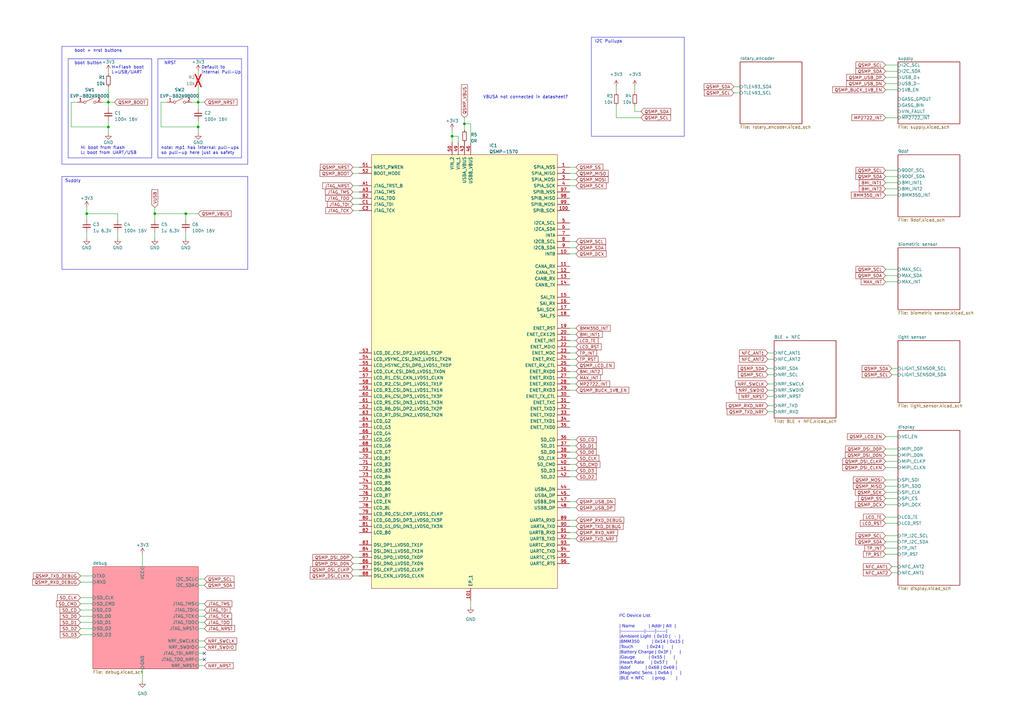
<source format=kicad_sch>
(kicad_sch (version 20230121) (generator eeschema)
  (paper "A3")
  (lib_symbols
    (symbol "ARMband:QSMP-1570" (pin_names (offset 0.762))
      (property "Reference" "IC" (at 60.96 7.62 0))
      (property "Value" "QSMP-1570" (at 60.96 5.08 0))
      (symbol "QSMP-1570_0_0"
        (pin passive line (at 86.36 -2.54 180) (length 5.08) (name "SPIA_NSS") (number "1"))
        (pin passive line (at 86.36 -38.1 180) (length 5.08) (name "INTB") (number "10"))
        (pin passive line (at 86.36 -20.32 180) (length 5.08) (name "SPIB_SCK") (number "100"))
        (pin passive line (at 45.72 -180.34 90) (length 5.08) (name "EP_1") (number "101"))
        (pin passive line (at 86.36 -43.18 180) (length 5.08) (name "CANA_RX") (number "11"))
        (pin passive line (at 86.36 -45.72 180) (length 5.08) (name "CANA_TX") (number "12"))
        (pin passive line (at 86.36 -48.26 180) (length 5.08) (name "CANB_RX") (number "13"))
        (pin passive line (at 86.36 -50.8 180) (length 5.08) (name "CANB_TX") (number "14"))
        (pin passive line (at 86.36 -55.88 180) (length 5.08) (name "SAI_TX") (number "15"))
        (pin passive line (at 86.36 -58.42 180) (length 5.08) (name "SAI_RX") (number "16"))
        (pin passive line (at 86.36 -60.96 180) (length 5.08) (name "SAI_SCK") (number "17"))
        (pin passive line (at 86.36 -63.5 180) (length 5.08) (name "SAI_FS") (number "18"))
        (pin passive line (at 86.36 -68.58 180) (length 5.08) (name "ENET_RST") (number "19"))
        (pin passive line (at 86.36 -5.08 180) (length 5.08) (name "SPIA_MISO") (number "2"))
        (pin passive line (at 86.36 -71.12 180) (length 5.08) (name "ENET_CK125") (number "20"))
        (pin passive line (at 86.36 -73.66 180) (length 5.08) (name "ENET_INT") (number "21"))
        (pin passive line (at 86.36 -76.2 180) (length 5.08) (name "ENET_MDIO") (number "22"))
        (pin passive line (at 86.36 -78.74 180) (length 5.08) (name "ENET_MDC") (number "23"))
        (pin passive line (at 86.36 -81.28 180) (length 5.08) (name "ENET_RXC") (number "24"))
        (pin passive line (at 86.36 -83.82 180) (length 5.08) (name "ENET_RX_CTL") (number "25"))
        (pin passive line (at 86.36 -86.36 180) (length 5.08) (name "ENET_RXD0") (number "26"))
        (pin passive line (at 86.36 -88.9 180) (length 5.08) (name "ENET_RXD1") (number "27"))
        (pin passive line (at 86.36 -91.44 180) (length 5.08) (name "ENET_RXD2") (number "28"))
        (pin passive line (at 86.36 -93.98 180) (length 5.08) (name "ENET_RXD3") (number "29"))
        (pin passive line (at 86.36 -7.62 180) (length 5.08) (name "SPIA_MOSI") (number "3"))
        (pin passive line (at 86.36 -96.52 180) (length 5.08) (name "ENET_TX_CTL") (number "30"))
        (pin passive line (at 86.36 -99.06 180) (length 5.08) (name "ENET_TXC") (number "31"))
        (pin passive line (at 86.36 -101.6 180) (length 5.08) (name "ENET_TXD3") (number "32"))
        (pin passive line (at 86.36 -104.14 180) (length 5.08) (name "ENET_TXD2") (number "33"))
        (pin passive line (at 86.36 -106.68 180) (length 5.08) (name "ENET_TXD1") (number "34"))
        (pin passive line (at 86.36 -109.22 180) (length 5.08) (name "ENET_TXD0") (number "35"))
        (pin passive line (at 86.36 -114.3 180) (length 5.08) (name "SD_CD") (number "36"))
        (pin passive line (at 86.36 -116.84 180) (length 5.08) (name "SD_D1") (number "37"))
        (pin passive line (at 86.36 -119.38 180) (length 5.08) (name "SD_D0") (number "38"))
        (pin passive line (at 86.36 -121.92 180) (length 5.08) (name "SD_CLK") (number "39"))
        (pin passive line (at 86.36 -10.16 180) (length 5.08) (name "SPIA_SCK") (number "4"))
        (pin passive line (at 86.36 -124.46 180) (length 5.08) (name "SD_CMD") (number "40"))
        (pin passive line (at 86.36 -127 180) (length 5.08) (name "SD_D3") (number "41"))
        (pin passive line (at 86.36 -129.54 180) (length 5.08) (name "SD_D2") (number "42"))
        (pin passive line (at 43.18 7.62 270) (length 5.08) (name "USBA_VBUS") (number "43"))
        (pin passive line (at 86.36 -134.62 180) (length 5.08) (name "USBA_DN") (number "44"))
        (pin passive line (at 86.36 -137.16 180) (length 5.08) (name "USBA_DP") (number "45"))
        (pin passive line (at 45.72 7.62 270) (length 5.08) (name "USBB_VBUS") (number "46"))
        (pin passive line (at 86.36 -139.7 180) (length 5.08) (name "USBB_DN") (number "47"))
        (pin passive line (at 86.36 -142.24 180) (length 5.08) (name "USBB_DP") (number "48"))
        (pin passive line (at 40.64 7.62 270) (length 5.08) (name "VIN_1") (number "49"))
        (pin passive line (at 86.36 -25.4 180) (length 5.08) (name "I2CA_SCL") (number "5"))
        (pin passive line (at 38.1 7.62 270) (length 5.08) (name "VIN_2") (number "50"))
        (pin passive line (at 0 -2.54 0) (length 5.08) (name "NRST_PWREN") (number "51"))
        (pin passive line (at 0 -5.08 0) (length 5.08) (name "BOOT_MODE") (number "52"))
        (pin passive line (at 0 -78.74 0) (length 5.08) (name "LCD_DE_CSI_DP2_LVDS1_TX2P") (number "53"))
        (pin passive line (at 0 -81.28 0) (length 5.08) (name "LCD_VSYNC_CSI_DN2_LVDS1_TX2N") (number "54"))
        (pin passive line (at 0 -83.82 0) (length 5.08) (name "LCD_HSYNC_CSI_DP0_LVDS1_TX0P") (number "55"))
        (pin passive line (at 0 -86.36 0) (length 5.08) (name "LCD_CLK_CSI_DN0_LVDS1_TX0N") (number "56"))
        (pin passive line (at 0 -88.9 0) (length 5.08) (name "LCD_R1_CSI_CKN_LVDS1_CLKN") (number "57"))
        (pin passive line (at 0 -91.44 0) (length 5.08) (name "LCD_R2_CSI_DP1_LVDS1_TX1P") (number "58"))
        (pin passive line (at 0 -93.98 0) (length 5.08) (name "LCD_R3_CSI_DN1_LVDS1_TX1N") (number "59"))
        (pin passive line (at 86.36 -27.94 180) (length 5.08) (name "I2CA_SDA") (number "6"))
        (pin passive line (at 0 -96.52 0) (length 5.08) (name "LCD_R4_CSI_DP3_LVDS1_TX3P") (number "60"))
        (pin passive line (at 0 -99.06 0) (length 5.08) (name "LCD_R5_CSI_DN3_LVDS1_TX3N") (number "61"))
        (pin passive line (at 0 -101.6 0) (length 5.08) (name "LCD_R6_DSI_DP2_LVDS0_TX2P") (number "62"))
        (pin passive line (at 0 -104.14 0) (length 5.08) (name "LCD_R7_DSI_DN2_LVDS0_TX2N") (number "63"))
        (pin passive line (at 0 -106.68 0) (length 5.08) (name "LCD_G2") (number "64"))
        (pin passive line (at 0 -109.22 0) (length 5.08) (name "LCD_G3") (number "65"))
        (pin passive line (at 0 -111.76 0) (length 5.08) (name "LCD_G4") (number "66"))
        (pin passive line (at 0 -114.3 0) (length 5.08) (name "LCD_G5") (number "67"))
        (pin passive line (at 0 -116.84 0) (length 5.08) (name "LCD_G6") (number "68"))
        (pin passive line (at 0 -119.38 0) (length 5.08) (name "LCD_G7") (number "69"))
        (pin passive line (at 86.36 -30.48 180) (length 5.08) (name "INTA") (number "7"))
        (pin passive line (at 0 -121.92 0) (length 5.08) (name "LCD_B1") (number "70"))
        (pin passive line (at 0 -124.46 0) (length 5.08) (name "LCD_B2") (number "71"))
        (pin passive line (at 0 -127 0) (length 5.08) (name "LCD_B3") (number "72"))
        (pin passive line (at 0 -129.54 0) (length 5.08) (name "LCD_B4") (number "73"))
        (pin passive line (at 0 -132.08 0) (length 5.08) (name "LCD_B5") (number "74"))
        (pin passive line (at 0 -134.62 0) (length 5.08) (name "LCD_B6") (number "75"))
        (pin passive line (at 0 -137.16 0) (length 5.08) (name "LCD_B7") (number "76"))
        (pin passive line (at 0 -139.7 0) (length 5.08) (name "LCD_EN") (number "77"))
        (pin passive line (at 0 -142.24 0) (length 5.08) (name "LCD_BL") (number "78"))
        (pin passive line (at 0 -144.78 0) (length 5.08) (name "LCD_R0_CSI_CKP_LVDS1_CLKP") (number "79"))
        (pin passive line (at 86.36 -33.02 180) (length 5.08) (name "I2CB_SCL") (number "8"))
        (pin passive line (at 0 -147.32 0) (length 5.08) (name "LCD_G0_DSI_DP3_LVDS0_TX3P") (number "80"))
        (pin passive line (at 0 -149.86 0) (length 5.08) (name "LCD_G1_DSI_DN3_LVDS0_TX3N") (number "81"))
        (pin passive line (at 0 -152.4 0) (length 5.08) (name "LCD_B0") (number "82"))
        (pin passive line (at 0 -157.48 0) (length 5.08) (name "DSI_DP1_LVDS0_TX1P") (number "83"))
        (pin passive line (at 0 -160.02 0) (length 5.08) (name "DSI_DN1_LVDS0_TX1N") (number "84"))
        (pin passive line (at 0 -162.56 0) (length 5.08) (name "DSI_DP0_LVDS0_TX0P") (number "85"))
        (pin passive line (at 0 -165.1 0) (length 5.08) (name "DSI_DN0_LVDS0_TX0N") (number "86"))
        (pin passive line (at 0 -167.64 0) (length 5.08) (name "DSI_CKP_LVDS0_CLKP") (number "87"))
        (pin passive line (at 0 -170.18 0) (length 5.08) (name "DSI_CKN_LVDS0_CLKN") (number "88"))
        (pin passive line (at 86.36 -147.32 180) (length 5.08) (name "UARTA_RXD") (number "89"))
        (pin passive line (at 86.36 -35.56 180) (length 5.08) (name "I2CB_SDA") (number "9"))
        (pin passive line (at 86.36 -149.86 180) (length 5.08) (name "UARTA_TXD") (number "90"))
        (pin passive line (at 86.36 -152.4 180) (length 5.08) (name "UARTB_RXD") (number "91"))
        (pin passive line (at 86.36 -154.94 180) (length 5.08) (name "UARTB_TXD") (number "92"))
        (pin passive line (at 86.36 -157.48 180) (length 5.08) (name "UARTC_RXD") (number "93"))
        (pin passive line (at 86.36 -160.02 180) (length 5.08) (name "UARTC_TXD") (number "94"))
        (pin passive line (at 86.36 -162.56 180) (length 5.08) (name "UARTC_CTS") (number "95"))
        (pin passive line (at 86.36 -165.1 180) (length 5.08) (name "UARTC_RTS") (number "96"))
        (pin passive line (at 86.36 -12.7 180) (length 5.08) (name "SPIB_NSS") (number "97"))
        (pin passive line (at 86.36 -15.24 180) (length 5.08) (name "SPIB_MISO") (number "98"))
        (pin passive line (at 86.36 -17.78 180) (length 5.08) (name "SPIB_MOSI") (number "99"))
        (pin passive line (at 0 -10.16 0) (length 5.08) (name "JTAG_TRST_B") (number "A1"))
        (pin passive line (at 0 -12.7 0) (length 5.08) (name "JTAG_TMS") (number "A3"))
        (pin passive line (at 0 -15.24 0) (length 5.08) (name "JTAG_TDO") (number "B2"))
        (pin passive line (at 0 -17.78 0) (length 5.08) (name "JTAG_TDI") (number "C1"))
        (pin passive line (at 0 -20.32 0) (length 5.08) (name "JTAG_TCK") (number "C3"))
      )
      (symbol "QSMP-1570_0_1"
        (polyline (pts (xy 5.08 2.54) (xy 81.28 2.54) (xy 81.28 -175.26) (xy 5.08 -175.26) (xy 5.08 2.54)) (stroke (width 0.1524)) (fill (type background)))
      )
    )
    (symbol "Device:C_Small" (pin_numbers hide) (pin_names (offset 0.254) hide)
      (property "Reference" "C" (at 0.254 1.778 0))
      (property "Value" "C_Small" (at 0.254 -2.032 0))
      (symbol "C_Small_0_1"
        (polyline (pts (xy -1.524 -0.508) (xy 1.524 -0.508)) (stroke (width 0.3302)))
        (polyline (pts (xy -1.524 0.508) (xy 1.524 0.508)) (stroke (width 0.3048)))
      )
      (symbol "C_Small_1_1"
        (pin passive line (at 0 2.54 270) (length 2.032) (name "~") (number "1"))
        (pin passive line (at 0 -2.54 90) (length 2.032) (name "~") (number "2"))
      )
    )
    (symbol "Device:R_Small" (pin_numbers hide) (pin_names (offset 0.254) hide)
      (property "Reference" "R" (at 0.762 0.508 0))
      (property "Value" "R_Small" (at 0.762 -1.016 0))
      (symbol "R_Small_0_1"
        (rectangle (start -0.762 1.778) (end 0.762 -1.778) (stroke (width 0.2032)))
      )
      (symbol "R_Small_1_1"
        (pin passive line (at 0 2.54 270) (length 0.762) (name "~") (number "1"))
        (pin passive line (at 0 -2.54 90) (length 0.762) (name "~") (number "2"))
      )
    )
    (symbol "GND_1" (power) (pin_names (offset 0))
      (property "Value" "GND_1" (at 0 -3.81 0))
      (symbol "GND_1_0_1"
        (polyline (pts (xy 0 0) (xy 0 -1.27) (xy 1.27 -1.27) (xy 0 -2.54) (xy -1.27 -1.27) (xy 0 -1.27)))
      )
      (symbol "GND_1_1_1"
        (pin power_in line (at 0 0 270) (length 0) hide (name "GND") (number "1"))
      )
    )
    (symbol "Switch:SW_SPST" (pin_names (offset 0) hide)
      (property "Reference" "SW" (at 0 3.175 0))
      (property "Value" "SW_SPST" (at 0 -2.54 0))
      (symbol "SW_SPST_0_0"
        (circle (center -2.032 0) (radius 0.508))
        (polyline (pts (xy -1.524 0.254) (xy 1.524 1.778)))
        (circle (center 2.032 0) (radius 0.508))
      )
      (symbol "SW_SPST_1_1"
        (pin passive line (at -5.08 0 0) (length 2.54) (name "A") (number "1"))
        (pin passive line (at 5.08 0 180) (length 2.54) (name "B") (number "2"))
      )
    )
    (symbol "power:+3V3" (power) (pin_names (offset 0))
      (property "Value" "+3V3" (at 0 3.556 0))
      (symbol "+3V3_0_1"
        (polyline (pts (xy -0.762 1.27) (xy 0 2.54)))
        (polyline (pts (xy 0 0) (xy 0 2.54)))
        (polyline (pts (xy 0 2.54) (xy 0.762 1.27)))
      )
      (symbol "+3V3_1_1"
        (pin power_in line (at 0 0 90) (length 0) hide (name "+3V3") (number "1"))
      )
    )
    (symbol "power:GND" (power) (pin_names (offset 0))
      (property "Value" "GND" (at 0 -3.81 0))
      (symbol "GND_0_1"
        (polyline (pts (xy 0 0) (xy 0 -1.27) (xy 1.27 -1.27) (xy 0 -2.54) (xy -1.27 -1.27) (xy 0 -1.27)))
      )
      (symbol "GND_1_1"
        (pin power_in line (at 0 0 270) (length 0) hide (name "GND") (number "1"))
      )
    )
  )
  (junction (at 76.2 87.63))
  (junction (at 44.45 41.91))
  (junction (at 35.56 87.63))
  (junction (at 190.5 50.8))
  (junction (at 185.42 55.88))
  (junction (at 81.28 52.07))
  (junction (at 81.28 41.91))
  (junction (at 63.5 87.63))
  (junction (at 44.45 52.07))
  (no_connect (at 83.82 267.97))
  (no_connect (at 83.82 270.51))
  (wire (pts (xy 33.02 260.35) (xy 38.1 260.35)))
  (wire (pts (xy 363.22 186.69) (xy 368.3 186.69)))
  (wire (pts (xy 363.22 110.49) (xy 368.3 110.49)))
  (wire (pts (xy 187.96 55.88) (xy 187.96 58.42)))
  (wire (pts (xy 233.68 180.34) (xy 236.22 180.34)))
  (wire (pts (xy 35.56 87.63) (xy 35.56 90.17)))
  (wire (pts (xy 63.5 87.63) (xy 63.5 90.17)))
  (wire (pts (xy 35.56 95.25) (xy 35.56 97.79)))
  (wire (pts (xy 233.68 139.7) (xy 236.22 139.7)))
  (wire (pts (xy 363.22 34.29) (xy 368.3 34.29)))
  (wire (pts (xy 144.78 228.6) (xy 147.32 228.6)))
  (wire (pts (xy 233.68 182.88) (xy 236.22 182.88)))
  (wire (pts (xy 33.02 236.22) (xy 38.1 236.22)))
  (wire (pts (xy 144.78 78.74) (xy 147.32 78.74)))
  (wire (pts (xy 363.22 77.47) (xy 368.3 77.47)))
  (wire (pts (xy 76.2 87.63) (xy 81.28 87.63)))
  (wire (pts (xy 363.22 207.01) (xy 368.3 207.01)))
  (wire (pts (xy 66.04 41.91) (xy 66.04 52.07)))
  (wire (pts (xy 365.76 232.41) (xy 368.3 232.41)))
  (wire (pts (xy 236.22 104.14) (xy 233.68 104.14)))
  (wire (pts (xy 363.22 196.85) (xy 368.3 196.85)))
  (polyline (pts (xy 25.4 67.31) (xy 25.4 19.05)))
  (wire (pts (xy 44.45 29.21) (xy 44.45 30.48)))
  (wire (pts (xy 144.78 86.36) (xy 147.32 86.36)))
  (wire (pts (xy 314.96 153.67) (xy 317.5 153.67)))
  (polyline (pts (xy 62.23 64.77) (xy 62.23 24.13)))
  (wire (pts (xy 363.22 74.93) (xy 368.3 74.93)))
  (wire (pts (xy 314.96 144.78) (xy 317.5 144.78)))
  (wire (pts (xy 144.78 81.28) (xy 147.32 81.28)))
  (wire (pts (xy 29.21 41.91) (xy 29.21 52.07)))
  (wire (pts (xy 233.68 205.74) (xy 236.22 205.74)))
  (wire (pts (xy 363.22 214.63) (xy 368.3 214.63)))
  (polyline (pts (xy 64.77 64.77) (xy 99.06 64.77)))
  (wire (pts (xy 81.28 270.51) (xy 83.82 270.51)))
  (wire (pts (xy 363.22 212.09) (xy 368.3 212.09)))
  (wire (pts (xy 81.28 44.45) (xy 81.28 41.91)))
  (polyline (pts (xy 27.94 24.13) (xy 62.23 24.13)))
  (wire (pts (xy 363.22 115.57) (xy 368.3 115.57)))
  (wire (pts (xy 44.45 49.53) (xy 44.45 52.07)))
  (wire (pts (xy 233.68 195.58) (xy 236.22 195.58)))
  (wire (pts (xy 233.68 215.9) (xy 236.22 215.9)))
  (wire (pts (xy 363.22 29.21) (xy 368.3 29.21)))
  (wire (pts (xy 314.96 162.56) (xy 317.5 162.56)))
  (polyline (pts (xy 64.77 24.13) (xy 99.06 24.13)))
  (wire (pts (xy 233.68 154.94) (xy 236.22 154.94)))
  (wire (pts (xy 193.04 246.38) (xy 193.04 248.92)))
  (wire (pts (xy 144.78 83.82) (xy 147.32 83.82)))
  (wire (pts (xy 363.22 26.67) (xy 368.3 26.67)))
  (wire (pts (xy 185.42 53.34) (xy 185.42 55.88)))
  (wire (pts (xy 233.68 213.36) (xy 236.22 213.36)))
  (wire (pts (xy 81.28 265.43) (xy 83.82 265.43)))
  (wire (pts (xy 300.99 38.1) (xy 303.53 38.1)))
  (wire (pts (xy 33.02 257.81) (xy 38.1 257.81)))
  (polyline (pts (xy 99.06 64.77) (xy 99.06 24.13)))
  (wire (pts (xy 58.42 227.33) (xy 58.42 232.41)))
  (wire (pts (xy 262.89 48.26) (xy 252.73 48.26)))
  (wire (pts (xy 314.96 160.02) (xy 317.5 160.02)))
  (wire (pts (xy 363.22 189.23) (xy 368.3 189.23)))
  (wire (pts (xy 44.45 44.45) (xy 44.45 41.91)))
  (wire (pts (xy 363.22 31.75) (xy 368.3 31.75)))
  (wire (pts (xy 363.22 36.83) (xy 368.3 36.83)))
  (wire (pts (xy 300.99 35.56) (xy 303.53 35.56)))
  (wire (pts (xy 81.28 35.56) (xy 81.28 41.91)))
  (wire (pts (xy 44.45 35.56) (xy 44.45 41.91)))
  (wire (pts (xy 233.68 68.58) (xy 236.22 68.58)))
  (wire (pts (xy 252.73 35.56) (xy 252.73 38.1)))
  (wire (pts (xy 144.78 71.12) (xy 147.32 71.12)))
  (wire (pts (xy 193.04 50.8) (xy 193.04 58.42)))
  (wire (pts (xy 233.68 220.98) (xy 236.22 220.98)))
  (wire (pts (xy 314.96 147.32) (xy 317.5 147.32)))
  (wire (pts (xy 365.76 151.13) (xy 368.3 151.13)))
  (wire (pts (xy 81.28 267.97) (xy 83.82 267.97)))
  (wire (pts (xy 35.56 87.63) (xy 48.26 87.63)))
  (wire (pts (xy 58.42 274.32) (xy 58.42 279.4)))
  (wire (pts (xy 144.78 231.14) (xy 147.32 231.14)))
  (wire (pts (xy 81.28 240.03) (xy 83.82 240.03)))
  (wire (pts (xy 44.45 54.61) (xy 44.45 52.07)))
  (wire (pts (xy 233.68 157.48) (xy 236.22 157.48)))
  (wire (pts (xy 76.2 97.79) (xy 76.2 95.25)))
  (wire (pts (xy 66.04 52.07) (xy 81.28 52.07)))
  (wire (pts (xy 33.02 245.11) (xy 38.1 245.11)))
  (wire (pts (xy 262.89 45.72) (xy 260.35 45.72)))
  (wire (pts (xy 260.35 35.56) (xy 260.35 38.1)))
  (wire (pts (xy 81.28 262.89) (xy 83.82 262.89)))
  (wire (pts (xy 33.02 247.65) (xy 38.1 247.65)))
  (wire (pts (xy 233.68 187.96) (xy 236.22 187.96)))
  (polyline (pts (xy 25.4 19.05) (xy 101.6 19.05)))
  (wire (pts (xy 233.68 190.5) (xy 236.22 190.5)))
  (wire (pts (xy 363.22 222.25) (xy 368.3 222.25)))
  (wire (pts (xy 78.74 41.91) (xy 81.28 41.91)))
  (wire (pts (xy 233.68 160.02) (xy 236.22 160.02)))
  (polyline (pts (xy 280.67 15.24) (xy 280.67 55.88)))
  (wire (pts (xy 233.68 208.28) (xy 236.22 208.28)))
  (wire (pts (xy 144.78 68.58) (xy 147.32 68.58)))
  (wire (pts (xy 365.76 153.67) (xy 368.3 153.67)))
  (wire (pts (xy 236.22 101.6) (xy 233.68 101.6)))
  (polyline (pts (xy 280.67 15.24) (xy 242.57 15.24)))
  (wire (pts (xy 31.75 41.91) (xy 29.21 41.91)))
  (polyline (pts (xy 27.94 24.13) (xy 27.94 64.77)))
  (wire (pts (xy 35.56 85.09) (xy 35.56 87.63)))
  (wire (pts (xy 233.68 193.04) (xy 236.22 193.04)))
  (wire (pts (xy 48.26 95.25) (xy 48.26 97.79)))
  (wire (pts (xy 81.28 255.27) (xy 83.82 255.27)))
  (wire (pts (xy 260.35 43.18) (xy 260.35 45.72)))
  (wire (pts (xy 314.96 157.48) (xy 317.5 157.48)))
  (wire (pts (xy 363.22 69.85) (xy 368.3 69.85)))
  (wire (pts (xy 33.02 250.19) (xy 38.1 250.19)))
  (wire (pts (xy 33.02 252.73) (xy 38.1 252.73)))
  (wire (pts (xy 363.22 204.47) (xy 368.3 204.47)))
  (wire (pts (xy 81.28 257.81) (xy 83.82 257.81)))
  (wire (pts (xy 252.73 43.18) (xy 252.73 48.26)))
  (wire (pts (xy 41.91 41.91) (xy 44.45 41.91)))
  (wire (pts (xy 233.68 134.62) (xy 236.22 134.62)))
  (wire (pts (xy 363.22 227.33) (xy 368.3 227.33)))
  (wire (pts (xy 68.58 41.91) (xy 66.04 41.91)))
  (wire (pts (xy 81.28 52.07) (xy 81.28 54.61)))
  (wire (pts (xy 363.22 179.07) (xy 368.3 179.07)))
  (wire (pts (xy 233.68 142.24) (xy 236.22 142.24)))
  (wire (pts (xy 233.68 185.42) (xy 236.22 185.42)))
  (wire (pts (xy 363.22 201.93) (xy 368.3 201.93)))
  (wire (pts (xy 233.68 73.66) (xy 236.22 73.66)))
  (wire (pts (xy 185.42 55.88) (xy 187.96 55.88)))
  (wire (pts (xy 314.96 151.13) (xy 317.5 151.13)))
  (wire (pts (xy 190.5 48.26) (xy 190.5 50.8)))
  (wire (pts (xy 81.28 250.19) (xy 83.82 250.19)))
  (wire (pts (xy 81.28 252.73) (xy 83.82 252.73)))
  (wire (pts (xy 233.68 218.44) (xy 236.22 218.44)))
  (wire (pts (xy 63.5 87.63) (xy 76.2 87.63)))
  (wire (pts (xy 190.5 50.8) (xy 190.5 53.34)))
  (wire (pts (xy 314.96 168.91) (xy 317.5 168.91)))
  (wire (pts (xy 76.2 87.63) (xy 76.2 90.17)))
  (wire (pts (xy 29.21 52.07) (xy 44.45 52.07)))
  (wire (pts (xy 363.22 199.39) (xy 368.3 199.39)))
  (wire (pts (xy 33.02 238.76) (xy 38.1 238.76)))
  (wire (pts (xy 233.68 144.78) (xy 236.22 144.78)))
  (wire (pts (xy 233.68 71.12) (xy 236.22 71.12)))
  (wire (pts (xy 236.22 99.06) (xy 233.68 99.06)))
  (wire (pts (xy 233.68 76.2) (xy 236.22 76.2)))
  (wire (pts (xy 363.22 80.01) (xy 368.3 80.01)))
  (wire (pts (xy 81.28 237.49) (xy 83.82 237.49)))
  (wire (pts (xy 190.5 50.8) (xy 193.04 50.8)))
  (wire (pts (xy 63.5 85.09) (xy 63.5 87.63)))
  (wire (pts (xy 144.78 233.68) (xy 147.32 233.68)))
  (polyline (pts (xy 101.6 19.05) (xy 101.6 67.31)))
  (wire (pts (xy 81.28 49.53) (xy 81.28 52.07)))
  (wire (pts (xy 363.22 113.03) (xy 368.3 113.03)))
  (wire (pts (xy 63.5 97.79) (xy 63.5 95.25)))
  (polyline (pts (xy 62.23 64.77) (xy 27.94 64.77)))
  (wire (pts (xy 81.28 41.91) (xy 83.82 41.91)))
  (wire (pts (xy 363.22 72.39) (xy 368.3 72.39)))
  (wire (pts (xy 48.26 87.63) (xy 48.26 90.17)))
  (wire (pts (xy 363.22 184.15) (xy 368.3 184.15)))
  (wire (pts (xy 363.22 48.26) (xy 368.3 48.26)))
  (wire (pts (xy 33.02 255.27) (xy 38.1 255.27)))
  (wire (pts (xy 81.28 273.05) (xy 83.82 273.05)))
  (polyline (pts (xy 64.77 24.13) (xy 64.77 64.77)))
  (wire (pts (xy 233.68 149.86) (xy 236.22 149.86)))
  (polyline (pts (xy 25.4 67.31) (xy 101.6 67.31)))
  (wire (pts (xy 81.28 247.65) (xy 83.82 247.65)))
  (polyline (pts (xy 242.57 55.88) (xy 242.57 15.24)))
  (polyline (pts (xy 280.67 55.88) (xy 242.57 55.88)))
  (wire (pts (xy 44.45 41.91) (xy 46.99 41.91)))
  (wire (pts (xy 233.68 147.32) (xy 236.22 147.32)))
  (wire (pts (xy 365.76 234.95) (xy 368.3 234.95)))
  (wire (pts (xy 185.42 55.88) (xy 185.42 58.42)))
  (wire (pts (xy 314.96 166.37) (xy 317.5 166.37)))
  (wire (pts (xy 233.68 137.16) (xy 236.22 137.16)))
  (wire (pts (xy 233.68 152.4) (xy 236.22 152.4)))
  (wire (pts (xy 363.22 224.79) (xy 368.3 224.79)))
  (wire (pts (xy 144.78 236.22) (xy 147.32 236.22)))
  (wire (pts (xy 363.22 191.77) (xy 368.3 191.77)))
  (wire (pts (xy 144.78 76.2) (xy 147.32 76.2)))
  (wire (pts (xy 81.28 29.21) (xy 81.28 30.48)))
  (wire (pts (xy 363.22 219.71) (xy 368.3 219.71)))
  (rectangle (start 25.4 72.39) (end 101.6 110.49))
  (text "note: mp1 has internal pull-ups\nso pull-up here just as safety" (at 66.04 63.5 0) (effects (font (size 1.27 1.27)) (justify left bottom)))
  (text "boot + nrst buttons" (at 30.48 21.59 0) (effects (font (size 1.27 1.27)) (justify left bottom)))
  (text "NRST" (at 67.31 26.67 0) (effects (font (size 1.27 1.27)) (justify left bottom)))
  (text "H: boot from flash\nL: boot from UART/USB" (at 33.02 63.5 0) (effects (font (size 1.27 1.27)) (justify left bottom)))
  (text "boot button" (at 30.48 26.67 0) (effects (font (size 1.27 1.27)) (justify left bottom)))
  (text "I²C Device List\n\n| Name          | Addr | Alt  |\n|---------------|------|------|\n|Ambient Light  | 0x10 |   -  |\n|BMM350         | 0x14 | 0x15 |\n|Touch          | 0x24 |      |\n|Battery Charge | 0x3F |      |  \n|Gauge          | 0x55 |      |  \n|Heart Rate     | 0x57 |      |\n|6dof           | 0x68 | 0x69 |\n|Magnetic Sens. | 0x6A |      |\n|BLE + NFC      | prog.       |" (at 254 279.4 0) (effects (font (size 1.27 1.27)) (justify left bottom)))
  (text "VBUSA not connected in datasheet?" (at 198.12 40.64 0) (effects (font (size 1.27 1.27)) (justify left bottom)))
  (text "I2C Pullups" (at 255.27 17.78 0) (effects (font (size 1.27 1.27)) (justify right bottom)))
  (text "Default to \ninternal Pull-Up" (at 82.55 30.48 0) (effects (font (size 1.27 1.27)) (justify left bottom)))
  (text "Supply" (at 26.67 74.93 0) (effects (font (size 1.27 1.27)) (justify left bottom)))
  (text "H=Flash boot\nL=USB/UART" (at 45.72 30.48 0) (effects (font (size 1.27 1.27)) (justify left bottom)))
  (global_label "QSMP_SS" (shape input) (at 363.22 204.47 180) (property "Intersheetrefs" "${INTERSHEET_REFS}" (effects hide)))
  (global_label "BMI_INT1" (shape input) (at 363.22 74.93 180) (property "Intersheetrefs" "${INTERSHEET_REFS}" (effects hide)))
  (global_label "QSMP_DSI_CLKP" (shape input) (at 144.78 233.68 180) (property "Intersheetrefs" "${INTERSHEET_REFS}" (effects hide)))
  (global_label "SD_D2" (shape input) (at 236.22 195.58 0) (property "Intersheetrefs" "${INTERSHEET_REFS}" (effects hide)))
  (global_label "NFC_ANT1" (shape input) (at 365.76 232.41 180) (property "Intersheetrefs" "${INTERSHEET_REFS}" (effects hide)))
  (global_label "QSMP_SDA" (shape input) (at 300.99 35.56 180) (property "Intersheetrefs" "${INTERSHEET_REFS}" (effects hide)))
  (global_label "QSMP_BOOT" (shape input) (at 144.78 71.12 180) (property "Intersheetrefs" "${INTERSHEET_REFS}" (effects hide)))
  (global_label "SD_D0" (shape input) (at 236.22 185.42 0) (property "Intersheetrefs" "${INTERSHEET_REFS}" (effects hide)))
  (global_label "NFC_ANT1" (shape input) (at 314.96 144.78 180) (property "Intersheetrefs" "${INTERSHEET_REFS}" (effects hide)))
  (global_label "LCD_RST" (shape input) (at 363.22 214.63 180) (property "Intersheetrefs" "${INTERSHEET_REFS}" (effects hide)))
  (global_label "QSMP_LCD_EN" (shape input) (at 363.22 179.07 180) (property "Intersheetrefs" "${INTERSHEET_REFS}" (effects hide)))
  (global_label "QSMP_TXD_NRF" (shape input) (at 236.22 220.98 0) (property "Intersheetrefs" "${INTERSHEET_REFS}" (effects hide)))
  (global_label "QSMP_SCK" (shape input) (at 236.22 76.2 0) (property "Intersheetrefs" "${INTERSHEET_REFS}" (effects hide)))
  (global_label "QSMP_SDA" (shape input) (at 236.22 101.6 0) (property "Intersheetrefs" "${INTERSHEET_REFS}" (effects hide)))
  (global_label "QSMP_MISO" (shape input) (at 236.22 71.12 0) (property "Intersheetrefs" "${INTERSHEET_REFS}" (effects hide)))
  (global_label "MP2722_INT" (shape input) (at 363.22 48.26 180) (property "Intersheetrefs" "${INTERSHEET_REFS}" (effects hide)))
  (global_label "QSMP_RXD_DEBUG" (shape input) (at 33.02 238.76 180) (property "Intersheetrefs" "${INTERSHEET_REFS}" (effects hide)))
  (global_label "QSMP_TXD_DEBUG" (shape input) (at 236.22 215.9 0) (property "Intersheetrefs" "${INTERSHEET_REFS}" (effects hide)))
  (global_label "JTAG_TMS" (shape input) (at 144.78 78.74 180) (property "Intersheetrefs" "${INTERSHEET_REFS}" (effects hide)))
  (global_label "SD_CLK" (shape input) (at 33.02 245.11 180) (property "Intersheetrefs" "${INTERSHEET_REFS}" (effects hide)))
  (global_label "BMI_INT2" (shape input) (at 236.22 152.4 0) (property "Intersheetrefs" "${INTERSHEET_REFS}" (effects hide)))
  (global_label "QSMP_USB_DP" (shape input) (at 236.22 208.28 0) (property "Intersheetrefs" "${INTERSHEET_REFS}" (effects hide)))
  (global_label "TP_RST" (shape input) (at 236.22 147.32 0) (property "Intersheetrefs" "${INTERSHEET_REFS}" (effects hide)))
  (global_label "JTAG_TMS" (shape input) (at 83.82 247.65 0) (property "Intersheetrefs" "${INTERSHEET_REFS}" (effects hide)))
  (global_label "QSMP_DSI_CLKN" (shape input) (at 363.22 191.77 180) (property "Intersheetrefs" "${INTERSHEET_REFS}" (effects hide)))
  (global_label "QSMP_USB_DN" (shape input) (at 363.22 34.29 180) (property "Intersheetrefs" "${INTERSHEET_REFS}" (effects hide)))
  (global_label "SD_CMD" (shape input) (at 236.22 190.5 0) (property "Intersheetrefs" "${INTERSHEET_REFS}" (effects hide)))
  (global_label "JTAG_TDI" (shape input) (at 144.78 83.82 180) (property "Intersheetrefs" "${INTERSHEET_REFS}" (effects hide)))
  (global_label "SD_CLK" (shape input) (at 236.22 187.96 0) (property "Intersheetrefs" "${INTERSHEET_REFS}" (effects hide)))
  (global_label "QSMP_BUCK_1V8_EN" (shape input) (at 363.22 36.83 180) (property "Intersheetrefs" "${INTERSHEET_REFS}" (effects hide)))
  (global_label "QSMP_TXD_DEBUG" (shape input) (at 33.02 236.22 180) (property "Intersheetrefs" "${INTERSHEET_REFS}" (effects hide)))
  (global_label "QSMP_SCL" (shape input) (at 363.22 69.85 180) (property "Intersheetrefs" "${INTERSHEET_REFS}" (effects hide)))
  (global_label "NRF_SWDIO" (shape input) (at 83.82 265.43 0) (property "Intersheetrefs" "${INTERSHEET_REFS}" (effects hide)))
  (global_label "QSMP_RXD_NRF" (shape input) (at 314.96 166.37 180) (property "Intersheetrefs" "${INTERSHEET_REFS}" (effects hide)))
  (global_label "NRF_NRST" (shape input) (at 314.96 162.56 180) (property "Intersheetrefs" "${INTERSHEET_REFS}" (effects hide)))
  (global_label "TP_INT" (shape input) (at 363.22 224.79 180) (property "Intersheetrefs" "${INTERSHEET_REFS}" (effects hide)))
  (global_label "QSMP_NRST" (shape input) (at 144.78 68.58 180) (property "Intersheetrefs" "${INTERSHEET_REFS}" (effects hide)))
  (global_label "NFC_ANT2" (shape input) (at 365.76 234.95 180) (property "Intersheetrefs" "${INTERSHEET_REFS}" (effects hide)))
  (global_label "QSMP_DSI_CLKN" (shape input) (at 144.78 236.22 180) (property "Intersheetrefs" "${INTERSHEET_REFS}" (effects hide)))
  (global_label "BMM350_INT" (shape input) (at 236.22 134.62 0) (property "Intersheetrefs" "${INTERSHEET_REFS}" (effects hide)))
  (global_label "JTAG_NRST" (shape input) (at 144.78 76.2 180) (property "Intersheetrefs" "${INTERSHEET_REFS}" (effects hide)))
  (global_label "QSMP_LCD_EN" (shape input) (at 236.22 149.86 0) (property "Intersheetrefs" "${INTERSHEET_REFS}" (effects hide)))
  (global_label "QSMP_SDA" (shape input) (at 83.82 240.03 0) (property "Intersheetrefs" "${INTERSHEET_REFS}" (effects hide)))
  (global_label "QSMP_MOSI" (shape input) (at 236.22 73.66 0) (property "Intersheetrefs" "${INTERSHEET_REFS}" (effects hide)))
  (global_label "NRF_SWCLK" (shape input) (at 314.96 157.48 180) (property "Intersheetrefs" "${INTERSHEET_REFS}" (effects hide)))
  (global_label "TP_RST" (shape input) (at 363.22 227.33 180) (property "Intersheetrefs" "${INTERSHEET_REFS}" (effects hide)))
  (global_label "MP2722_INT" (shape input) (at 236.22 157.48 0) (property "Intersheetrefs" "${INTERSHEET_REFS}" (effects hide)))
  (global_label "QSMP_MISO" (shape input) (at 363.22 199.39 180) (property "Intersheetrefs" "${INTERSHEET_REFS}" (effects hide)))
  (global_label "MAX_INT" (shape input) (at 236.22 154.94 0) (property "Intersheetrefs" "${INTERSHEET_REFS}" (effects hide)))
  (global_label "QSMP_SCK" (shape input) (at 363.22 201.93 180) (property "Intersheetrefs" "${INTERSHEET_REFS}" (effects hide)))
  (global_label "QSMP_SCL" (shape input) (at 236.22 99.06 0) (property "Intersheetrefs" "${INTERSHEET_REFS}" (effects hide)))
  (global_label "JTAG_TCK" (shape input) (at 144.78 86.36 180) (property "Intersheetrefs" "${INTERSHEET_REFS}" (effects hide)))
  (global_label "QSMP_DSI_D0P" (shape input) (at 144.78 228.6 180) (property "Intersheetrefs" "${INTERSHEET_REFS}" (effects hide)))
  (global_label "SD_CD" (shape input) (at 33.02 250.19 180) (property "Intersheetrefs" "${INTERSHEET_REFS}" (effects hide)))
  (global_label "JTAG_TDI" (shape input) (at 83.82 250.19 0) (property "Intersheetrefs" "${INTERSHEET_REFS}" (effects hide)))
  (global_label "QSMP_SDA" (shape input) (at 363.22 72.39 180) (property "Intersheetrefs" "${INTERSHEET_REFS}" (effects hide)))
  (global_label "JTAG_TCK" (shape input) (at 83.82 252.73 0) (property "Intersheetrefs" "${INTERSHEET_REFS}" (effects hide)))
  (global_label "QSMP_VBUS" (shape input) (at 81.28 87.63 0) (property "Intersheetrefs" "${INTERSHEET_REFS}" (effects hide)))
  (global_label "QSMP_SDA" (shape input) (at 363.22 113.03 180) (property "Intersheetrefs" "${INTERSHEET_REFS}" (effects hide)))
  (global_label "MAX_INT" (shape input) (at 363.22 115.57 180) (property "Intersheetrefs" "${INTERSHEET_REFS}" (effects hide)))
  (global_label "QSMP_BUCK_1V8_EN" (shape input) (at 236.22 160.02 0) (property "Intersheetrefs" "${INTERSHEET_REFS}" (effects hide)))
  (global_label "JTAG_TDO" (shape input) (at 83.82 255.27 0) (property "Intersheetrefs" "${INTERSHEET_REFS}" (effects hide)))
  (global_label "SD_D3" (shape input) (at 236.22 193.04 0) (property "Intersheetrefs" "${INTERSHEET_REFS}" (effects hide)))
  (global_label "QSMP_USB_DP" (shape input) (at 363.22 31.75 180) (property "Intersheetrefs" "${INTERSHEET_REFS}" (effects hide)))
  (global_label "QSMP_MOSI" (shape input) (at 363.22 196.85 180) (property "Intersheetrefs" "${INTERSHEET_REFS}" (effects hide)))
  (global_label "JTAG_TDO" (shape input) (at 144.78 81.28 180) (property "Intersheetrefs" "${INTERSHEET_REFS}" (effects hide)))
  (global_label "QSMP_NRST" (shape input) (at 83.82 41.91 0) (property "Intersheetrefs" "${INTERSHEET_REFS}" (effects hide)))
  (global_label "NFC_ANT2" (shape input) (at 314.96 147.32 180) (property "Intersheetrefs" "${INTERSHEET_REFS}" (effects hide)))
  (global_label "QSMP_VBUS" (shape input) (at 190.5 48.26 90) (property "Intersheetrefs" "${INTERSHEET_REFS}" (effects hide)))
  (global_label "BMI_INT2" (shape input) (at 363.22 77.47 180) (property "Intersheetrefs" "${INTERSHEET_REFS}" (effects hide)))
  (global_label "BMI_INT1" (shape input) (at 236.22 137.16 0) (property "Intersheetrefs" "${INTERSHEET_REFS}" (effects hide)))
  (global_label "QSMP_SCL" (shape input) (at 363.22 110.49 180) (property "Intersheetrefs" "${INTERSHEET_REFS}" (effects hide)))
  (global_label "QSMP_SCL" (shape input) (at 262.89 48.26 0) (property "Intersheetrefs" "${INTERSHEET_REFS}" (effects hide)))
  (global_label "QSMP_SCL" (shape input) (at 314.96 153.67 180) (property "Intersheetrefs" "${INTERSHEET_REFS}" (effects hide)))
  (global_label "LCD_TE" (shape input) (at 363.22 212.09 180) (property "Intersheetrefs" "${INTERSHEET_REFS}" (effects hide)))
  (global_label "NRF_SWDIO" (shape input) (at 314.96 160.02 180) (property "Intersheetrefs" "${INTERSHEET_REFS}" (effects hide)))
  (global_label "QSMP_DSI_CLKP" (shape input) (at 363.22 189.23 180) (property "Intersheetrefs" "${INTERSHEET_REFS}" (effects hide)))
  (global_label "SD_D1" (shape input) (at 236.22 182.88 0) (property "Intersheetrefs" "${INTERSHEET_REFS}" (effects hide)))
  (global_label "QSMP_SDA" (shape input) (at 314.96 151.13 180) (property "Intersheetrefs" "${INTERSHEET_REFS}" (effects hide)))
  (global_label "QSMP_SDA" (shape input) (at 363.22 29.21 180) (property "Intersheetrefs" "${INTERSHEET_REFS}" (effects hide)))
  (global_label "QSMP_SCL" (shape input) (at 363.22 26.67 180) (property "Intersheetrefs" "${INTERSHEET_REFS}" (effects hide)))
  (global_label "QSMP_SCL" (shape input) (at 83.82 237.49 0) (property "Intersheetrefs" "${INTERSHEET_REFS}" (effects hide)))
  (global_label "LCD_TE" (shape input) (at 236.22 139.7 0) (property "Intersheetrefs" "${INTERSHEET_REFS}" (effects hide)))
  (global_label "QSMP_SDA" (shape input) (at 363.22 222.25 180) (property "Intersheetrefs" "${INTERSHEET_REFS}" (effects hide)))
  (global_label "QSMP_DSI_D0N" (shape input) (at 144.78 231.14 180) (property "Intersheetrefs" "${INTERSHEET_REFS}" (effects hide)))
  (global_label "LCD_RST" (shape input) (at 236.22 142.24 0) (property "Intersheetrefs" "${INTERSHEET_REFS}" (effects hide)))
  (global_label "QSMP_DSI_D0N" (shape input) (at 363.22 186.69 180) (property "Intersheetrefs" "${INTERSHEET_REFS}" (effects hide)))
  (global_label "BMM350_INT" (shape input) (at 363.22 80.01 180) (property "Intersheetrefs" "${INTERSHEET_REFS}" (effects hide)))
  (global_label "QSMP_SDA" (shape input) (at 365.76 151.13 180) (property "Intersheetrefs" "${INTERSHEET_REFS}" (effects hide)))
  (global_label "QSMP_SCL" (shape input) (at 363.22 219.71 180) (property "Intersheetrefs" "${INTERSHEET_REFS}" (effects hide)))
  (global_label "SD_D1" (shape input) (at 33.02 255.27 180) (property "Intersheetrefs" "${INTERSHEET_REFS}" (effects hide)))
  (global_label "VUSB" (shape input) (at 63.5 85.09 90) (property "Intersheetrefs" "${INTERSHEET_REFS}" (effects hide)))
  (global_label "QSMP_USB_DN" (shape input) (at 236.22 205.74 0) (property "Intersheetrefs" "${INTERSHEET_REFS}" (effects hide)))
  (global_label "QSMP_DCX" (shape input) (at 236.22 104.14 0) (property "Intersheetrefs" "${INTERSHEET_REFS}" (effects hide)))
  (global_label "QSMP_SS" (shape input) (at 236.22 68.58 0) (property "Intersheetrefs" "${INTERSHEET_REFS}" (effects hide)))
  (global_label "SD_D2" (shape input) (at 33.02 257.81 180) (property "Intersheetrefs" "${INTERSHEET_REFS}" (effects hide)))
  (global_label "QSMP_SDA" (shape input) (at 262.89 45.72 0) (property "Intersheetrefs" "${INTERSHEET_REFS}" (effects hide)))
  (global_label "TP_INT" (shape input) (at 236.22 144.78 0) (property "Intersheetrefs" "${INTERSHEET_REFS}" (effects hide)))
  (global_label "NRF_SWCLK" (shape input) (at 83.82 262.89 0) (property "Intersheetrefs" "${INTERSHEET_REFS}" (effects hide)))
  (global_label "QSMP_RXD_NRF" (shape input) (at 236.22 218.44 0) (property "Intersheetrefs" "${INTERSHEET_REFS}" (effects hide)))
  (global_label "SD_CMD" (shape input) (at 33.02 247.65 180) (property "Intersheetrefs" "${INTERSHEET_REFS}" (effects hide)))
  (global_label "QSMP_DSI_D0P" (shape input) (at 363.22 184.15 180) (property "Intersheetrefs" "${INTERSHEET_REFS}" (effects hide)))
  (global_label "SD_D0" (shape input) (at 33.02 252.73 180) (property "Intersheetrefs" "${INTERSHEET_REFS}" (effects hide)))
  (global_label "QSMP_SCL" (shape input) (at 300.99 38.1 180) (property "Intersheetrefs" "${INTERSHEET_REFS}" (effects hide)))
  (global_label "SD_D3" (shape input) (at 33.02 260.35 180) (property "Intersheetrefs" "${INTERSHEET_REFS}" (effects hide)))
  (global_label "QSMP_TXD_NRF" (shape input) (at 314.96 168.91 180) (property "Intersheetrefs" "${INTERSHEET_REFS}" (effects hide)))
  (global_label "NRF_NRST" (shape input) (at 83.82 273.05 0) (property "Intersheetrefs" "${INTERSHEET_REFS}" (effects hide)))
  (global_label "QSMP_SCL" (shape input) (at 365.76 153.67 180) (property "Intersheetrefs" "${INTERSHEET_REFS}" (effects hide)))
  (global_label "QSMP_DCX" (shape input) (at 363.22 207.01 180) (property "Intersheetrefs" "${INTERSHEET_REFS}" (effects hide)))
  (global_label "QSMP_BOOT" (shape input) (at 46.99 41.91 0) (property "Intersheetrefs" "${INTERSHEET_REFS}" (effects hide)))
  (global_label "QSMP_RXD_DEBUG" (shape input) (at 236.22 213.36 0) (property "Intersheetrefs" "${INTERSHEET_REFS}" (effects hide)))
  (global_label "SD_CD" (shape input) (at 236.22 180.34 0) (property "Intersheetrefs" "${INTERSHEET_REFS}" (effects hide)))
  (global_label "JTAG_NRST" (shape input) (at 83.82 257.81 0) (property "Intersheetrefs" "${INTERSHEET_REFS}" (effects hide)))
  (symbol (lib_id "Device:R_Small") (at 252.73 40.64 0) (unit 1)
    (property "Reference" "R3" (at 251.46 39.37 0) (effects (justify right)))
    (property "Value" "10k" (at 251.46 41.91 0) (effects (justify right)))
    (property "Footprint" "Resistor_SMD:R_0201_0603Metric" (effects hide))
    (property "Datasheet" "https://www.mouser.de/datasheet/2/315/AOA0000C301-1488782.pdf" (effects hide))
    (property "MFN" "667-ERJ-1GNJ103C " (effects hide))
  )
  (symbol (lib_id "Device:R_Small") (at 44.45 33.02 0) (unit 1)
    (property "Reference" "R1" (at 43.18 31.75 0) (effects (justify right)))
    (property "Value" "10k" (at 43.18 34.29 0) (effects (justify right)))
    (property "Footprint" "Resistor_SMD:R_0201_0603Metric" (effects hide))
    (property "Datasheet" "https://www.mouser.de/datasheet/2/315/AOA0000C301-1488782.pdf" (effects hide))
    (property "MFN" "667-ERJ-1GNJ103C " (effects hide))
  )
  (symbol (lib_id "Device:C_Small") (at 76.2 92.71 0) (mirror y) (unit 1)
    (property "Reference" "C6" (at 78.74 92.0813 0) (effects (justify right)))
    (property "Value" "100n 16V" (at 78.74 94.6213 0) (effects (justify right)))
    (property "Footprint" "Capacitor_SMD:C_0402_1005Metric" (effects hide))
    (property "Datasheet" "https://www.mouser.de/datasheet/2/447/KEM_C1005_Y5V_SMD-3316374.pdf" (effects hide))
    (property "MFN" "80-C0402C104M4V " (effects hide))
  )
  (symbol (lib_id "power:GND") (at 58.42 279.4 0) (unit 1)
    (property "Reference" "#PWR015" (effects hide))
    (property "Value" "GND" (at 58.42 284.48 0))
  )
  (symbol (lib_id "power:+3V3") (at 252.73 35.56 0) (mirror y) (unit 1)
    (property "Reference" "#PWR03" (effects hide))
    (property "Value" "+3V3" (at 252.73 30.48 0))
  )
  (symbol (lib_name "GND_1") (lib_id "power:GND") (at 44.45 54.61 0) (unit 1)
    (property "Reference" "#PWR06" (effects hide))
    (property "Value" "GND" (at 44.45 58.42 0))
  )
  (symbol (lib_id "power:+3V3") (at 260.35 35.56 0) (mirror y) (unit 1)
    (property "Reference" "#PWR04" (effects hide))
    (property "Value" "+3V3" (at 260.35 30.48 0))
  )
  (symbol (lib_id "Switch:SW_SPST") (at 73.66 41.91 0) (unit 1)
    (property "Reference" "SW2" (at 73.66 36.83 0))
    (property "Value" "EVP-BB2A9B000" (at 73.66 39.37 0))
    (property "Footprint" "ARMband:EVPBB2A9B000" (effects hide))
    (property "Datasheet" "https://www.mouser.de/datasheet/2/315/ATK0000C362-1283947.pdf" (effects hide))
  )
  (symbol (lib_id "Device:R_Small") (at 190.5 55.88 0) (unit 1)
    (property "Reference" "R5" (at 193.04 55.245 0) (effects (justify left)))
    (property "Value" "0R" (at 193.04 57.785 0) (effects (justify left)))
    (property "Footprint" "Resistor_SMD:R_0201_0603Metric" (effects hide))
    (property "Datasheet" "https://www.mouser.de/datasheet/2/447/Yageo_06282023_ACseries-3224032.pdf" (effects hide))
    (property "MFN" "603-AC0201JR-070RL " (effects hide))
  )
  (symbol (lib_id "power:+3V3") (at 44.45 29.21 0) (unit 1)
    (property "Reference" "#PWR01" (effects hide))
    (property "Value" "+3V3" (at 44.45 25.4 0))
  )
  (symbol (lib_id "Device:C_Small") (at 44.45 46.99 0) (mirror y) (unit 1)
    (property "Reference" "C1" (at 46.99 46.3613 0) (effects (justify right)))
    (property "Value" "100n 16V" (at 46.99 48.9013 0) (effects (justify right)))
    (property "Footprint" "Capacitor_SMD:C_0402_1005Metric" (effects hide))
    (property "Datasheet" "https://www.mouser.de/datasheet/2/447/KEM_C1005_Y5V_SMD-3316374.pdf" (effects hide))
    (property "MFN" "80-C0402C104M4V " (effects hide))
  )
  (symbol (lib_id "Device:C_Small") (at 48.26 92.71 0) (mirror y) (unit 1)
    (property "Reference" "C4" (at 50.8 92.0813 0) (effects (justify right)))
    (property "Value" "100n 16V" (at 50.8 94.6213 0) (effects (justify right)))
    (property "Footprint" "Capacitor_SMD:C_0402_1005Metric" (effects hide))
    (property "Datasheet" "https://www.mouser.de/datasheet/2/447/KEM_C1005_Y5V_SMD-3316374.pdf" (effects hide))
    (property "MFN" "80-C0402C104M4V " (effects hide))
  )
  (symbol (lib_id "ARMband:QSMP-1570") (at 147.32 66.04 0) (unit 1)
    (property "Reference" "IC1" (at 200.66 59.69 0) (effects (justify left)))
    (property "Value" "QSMP-1570" (at 200.66 62.23 0) (effects (justify left)))
    (property "Footprint" "ARMband:QSMP1570_better" (effects hide))
    (property "Datasheet" "https://www.karo-electronics.com/fileadmin/download/Datasheets/QSMP.pdf" (effects hide))
    (property "Description" "COM QSMP/157C/512S/4GF/E85 QFN Style Solder-Down Computer-on-Modules 3.3V power supply 27mm square" (effects hide))
    (property "MFN" "951-QSMP-1570" (effects hide))
    (property "Mouser Part Number" "951-QSMP-1570" (effects hide))
    (property "Mouser Price/Stock" "https://www.mouser.co.uk/ProductDetail/Ka-Ro-electronics/QSMP-1570?qs=wnTfsH77Xs7yBorAx1zF%2Fg%3D%3D" (effects hide))
    (property "Manufacturer_Name" "Ka-Ro electronics" (effects hide))
    (property "Manufacturer_Part_Number" "QSMP-1570" (effects hide))
  )
  (symbol (lib_id "power:+3V3") (at 35.56 85.09 0) (unit 1)
    (property "Reference" "#PWR08" (effects hide))
    (property "Value" "+3V3" (at 35.56 81.28 0))
  )
  (symbol (lib_id "Device:C_Small") (at 81.28 46.99 0) (mirror y) (unit 1)
    (property "Reference" "C2" (at 83.82 46.3613 0) (effects (justify right)))
    (property "Value" "100n 16V" (at 83.82 48.9013 0) (effects (justify right)))
    (property "Footprint" "Capacitor_SMD:C_0402_1005Metric" (effects hide))
    (property "Datasheet" "https://www.mouser.de/datasheet/2/447/KEM_C1005_Y5V_SMD-3316374.pdf" (effects hide))
    (property "MFN" "80-C0402C104M4V " (effects hide))
  )
  (symbol (lib_id "Device:R_Small") (at 260.35 40.64 0) (unit 1)
    (property "Reference" "R4" (at 259.08 39.37 0) (effects (justify right)))
    (property "Value" "10k" (at 259.08 41.91 0) (effects (justify right)))
    (property "Footprint" "Resistor_SMD:R_0201_0603Metric" (effects hide))
    (property "Datasheet" "https://www.mouser.de/datasheet/2/315/AOA0000C301-1488782.pdf" (effects hide))
    (property "MFN" "667-ERJ-1GNJ103C " (effects hide))
  )
  (symbol (lib_id "Device:R_Small") (at 81.28 33.02 0) (unit 1) (dnp yes)
    (property "Reference" "R2" (at 80.01 31.75 0) (effects (justify right)))
    (property "Value" "10k" (at 80.01 34.29 0) (effects (justify right)))
    (property "Footprint" "Resistor_SMD:R_0201_0603Metric" (effects hide))
    (property "Datasheet" "https://www.mouser.de/datasheet/2/315/AOA0000C301-1488782.pdf" (effects hide))
    (property "MFN" "667-ERJ-1GNJ103C " (effects hide))
  )
  (symbol (lib_id "power:GND") (at 76.2 97.79 0) (unit 1)
    (property "Reference" "#PWR012" (effects hide))
    (property "Value" "GND" (at 76.2 101.6 0))
  )
  (symbol (lib_id "power:GND") (at 63.5 97.79 0) (unit 1)
    (property "Reference" "#PWR011" (effects hide))
    (property "Value" "GND" (at 63.5 101.6 0))
  )
  (symbol (lib_id "power:+3V3") (at 81.28 29.21 0) (unit 1)
    (property "Reference" "#PWR02" (effects hide))
    (property "Value" "+3V3" (at 81.28 25.4 0))
  )
  (symbol (lib_id "Device:C_Small") (at 63.5 92.71 0) (mirror y) (unit 1)
    (property "Reference" "C5" (at 66.04 92.0813 0) (effects (justify right)))
    (property "Value" "1u 6.3V" (at 66.04 94.6213 0) (effects (justify right)))
    (property "Footprint" "Capacitor_SMD:C_0201_0603Metric" (effects hide))
    (property "Datasheet" "https://www.we-online.com/components/products/datasheet/885012104011.pdf" (effects hide))
    (property "MFN" "710-885012104011 " (effects hide))
  )
  (symbol (lib_id "power:+3V3") (at 185.42 53.34 0) (unit 1)
    (property "Reference" "#PWR05" (effects hide))
    (property "Value" "+3V3" (at 185.42 49.53 0))
  )
  (symbol (lib_id "Device:C_Small") (at 35.56 92.71 0) (mirror y) (unit 1)
    (property "Reference" "C3" (at 38.1 92.0813 0) (effects (justify right)))
    (property "Value" "1u 6.3V" (at 38.1 94.6213 0) (effects (justify right)))
    (property "Footprint" "Capacitor_SMD:C_0201_0603Metric" (effects hide))
    (property "Datasheet" "https://www.we-online.com/components/products/datasheet/885012104011.pdf" (effects hide))
    (property "MFN" "710-885012104011 " (effects hide))
  )
  (symbol (lib_id "power:GND") (at 48.26 97.79 0) (unit 1)
    (property "Reference" "#PWR010" (effects hide))
    (property "Value" "GND" (at 48.26 101.6 0))
  )
  (symbol (lib_id "power:GND") (at 35.56 97.79 0) (unit 1)
    (property "Reference" "#PWR09" (effects hide))
    (property "Value" "GND" (at 35.56 101.6 0))
  )
  (symbol (lib_name "GND_1") (lib_id "power:GND") (at 81.28 54.61 0) (unit 1)
    (property "Reference" "#PWR07" (effects hide))
    (property "Value" "GND" (at 81.28 58.42 0))
  )
  (symbol (lib_id "power:+3V3") (at 58.42 227.33 0) (unit 1)
    (property "Reference" "#PWR013" (effects hide))
    (property "Value" "+3V3" (at 58.42 223.52 0))
  )
  (symbol (lib_id "Switch:SW_SPST") (at 36.83 41.91 0) (unit 1)
    (property "Reference" "SW1" (at 36.83 36.83 0))
    (property "Value" "EVP-BB2A9B000" (at 36.83 39.37 0))
    (property "Footprint" "ARMband:EVPBB2A9B000" (effects hide))
    (property "Datasheet" "https://www.mouser.de/datasheet/2/315/ATK0000C362-1283947.pdf" (effects hide))
  )
  (symbol (lib_id "power:GND") (at 193.04 248.92 0) (unit 1)
    (property "Reference" "#PWR014" (effects hide))
    (property "Value" "GND" (at 193.04 254 0))
  )
  (sheet (at 38.1 232.41) (size 43.18 41.91) (stroke (width 0.1524)) (fill (color 255 155 166 1.0000))
    (property "Sheetname" "debug" (at 38.1 231.6984 0) (effects (justify left bottom)))
    (property "Sheetfile" "debug.kicad_sch" (at 38.1 274.9046 0) (effects (justify left top)))
    (pin "SD_D2" input (at 38.1 257.81 180))
    (pin "SD_CLK" input (at 38.1 245.11 180))
    (pin "SD_CMD" input (at 38.1 247.65 180))
    (pin "SD_D1" input (at 38.1 255.27 180))
    (pin "SD_D0" input (at 38.1 252.73 180))
    (pin "SD_D3" input (at 38.1 260.35 180))
    (pin "SD_CD" input (at 38.1 250.19 180))
    (pin "GND" input (at 58.42 274.32 270))
    (pin "VCC" input (at 58.42 232.41 90))
    (pin "JTAG_TMS" input (at 81.28 247.65 0))
    (pin "JTAG_TDI" input (at 81.28 250.19 0))
    (pin "JTAG_TCK" input (at 81.28 252.73 0))
    (pin "I2C_SDA" input (at 81.28 240.03 0))
    (pin "JTAG_TDO" input (at 81.28 255.27 0))
    (pin "JTAG_NRST" input (at 81.28 257.81 0))
    (pin "I2C_SCL" input (at 81.28 237.49 0))
    (pin "RXD" input (at 38.1 238.76 180))
    (pin "TXD" input (at 38.1 236.22 180))
    (pin "NRF_SWCLK" input (at 81.28 262.89 0))
    (pin "NRF_SWDIO" input (at 81.28 265.43 0))
    (pin "JTAG_TDI_NRF" input (at 81.28 267.97 0))
    (pin "JTAG_TDO_NRF" input (at 81.28 270.51 0))
    (pin "NRF_NRST" input (at 81.28 273.05 0))
  )
  (sheet (at 368.3 139.7) (size 25.4 25.4) (stroke (width 0.1524))
    (property "Sheetname" "light sensor" (at 368.3 138.9884 0) (effects (justify left bottom)))
    (property "Sheetfile" "light_sensor.kicad_sch" (at 368.3 165.6846 0) (effects (justify left top)))
    (pin "LIGHT_SENSOR_SDA" input (at 368.3 153.67 180))
    (pin "LIGHT_SENSOR_SCL" input (at 368.3 151.13 180))
  )
  (sheet (at 368.3 63.5) (size 25.4 25.4) (stroke (width 0.1524))
    (property "Sheetname" "9dof" (at 368.3 62.7884 0) (effects (justify left bottom)))
    (property "Sheetfile" "9dof.kicad_sch" (at 368.3 89.4846 0) (effects (justify left top)))
    (pin "9DOF_SDA" input (at 368.3 72.39 180))
    (pin "BMI_INT1" input (at 368.3 74.93 180))
    (pin "BMI_INT2" input (at 368.3 77.47 180))
    (pin "9DOF_SCL" input (at 368.3 69.85 180))
    (pin "BMM350_INT" input (at 368.3 80.01 180))
  )
  (sheet (at 317.5 139.7) (size 25.4 31.75) (stroke (width 0.1524))
    (property "Sheetname" "BLE + NFC" (at 317.5 138.9884 0) (effects (justify left bottom)))
    (property "Sheetfile" "BLE + NFC.kicad_sch" (at 317.5 172.0346 0) (effects (justify left top)))
    (pin "NFC_ANT1" input (at 317.5 144.78 180))
    (pin "NFC_ANT2" input (at 317.5 147.32 180))
    (pin "NRF_SDA" input (at 317.5 151.13 180))
    (pin "NRF_SCL" input (at 317.5 153.67 180))
    (pin "NRF_SWCLK" input (at 317.5 157.48 180))
    (pin "NRF_SWDIO" input (at 317.5 160.02 180))
    (pin "NRF_NRST" input (at 317.5 162.56 180))
    (pin "NRF_TXD" input (at 317.5 166.37 180))
    (pin "NRF_RXD" input (at 317.5 168.91 180))
  )
  (sheet (at 303.53 25.4) (size 25.4 25.4) (stroke (width 0.1524))
    (property "Sheetname" "rotary_encoder" (at 303.53 24.6884 0) (effects (justify left bottom)))
    (property "Sheetfile" "rotary_encoder.kicad_sch" (at 303.53 51.3846 0) (effects (justify left top)))
    (pin "TLE493_SDA" input (at 303.53 35.56 180))
    (pin "TLE493_SCL" input (at 303.53 38.1 180))
  )
  (sheet (at 368.3 25.4) (size 25.4 25.4) (stroke (width 0.1524))
    (property "Sheetname" "supply" (at 368.3 24.6884 0) (effects (justify left bottom)))
    (property "Sheetfile" "supply.kicad_sch" (at 368.3 51.3846 0) (effects (justify left top)))
    (pin "I2C_SCL" input (at 368.3 26.67 180))
    (pin "I2C_SDA" input (at 368.3 29.21 180))
    (pin "GASG_GPOUT" input (at 368.3 40.64 180))
    (pin "GASG_BIN" input (at 368.3 43.18 180))
    (pin "USB_D-" input (at 368.3 34.29 180))
    (pin "USB_D+" input (at 368.3 31.75 180))
    (pin "VIN_FAULT" input (at 368.3 45.72 180))
    (pin "~{MP2722_INT}" input (at 368.3 48.26 180))
    (pin "1V8_EN" input (at 368.3 36.83 180))
  )
  (sheet (at 368.3 101.6) (size 25.4 25.4) (stroke (width 0.1524))
    (property "Sheetname" "biometric sensor" (at 368.3 100.8884 0) (effects (justify left bottom)))
    (property "Sheetfile" "biometric sensor.kicad_sch" (at 368.3 127.5846 0) (effects (justify left top)))
    (pin "MAX_SCL" input (at 368.3 110.49 180))
    (pin "MAX_SDA" input (at 368.3 113.03 180))
    (pin "MAX_INT" input (at 368.3 115.57 180))
  )
  (sheet (at 368.3 176.53) (size 25.4 63.5) (stroke (width 0.1524))
    (property "Sheetname" "display" (at 368.3 175.8184 0) (effects (justify left bottom)))
    (property "Sheetfile" "display.kicad_sch" (at 368.3 240.6146 0) (effects (justify left top)))
    (pin "MIPI_D0P" input (at 368.3 184.15 180))
    (pin "MIPI_CLKP" input (at 368.3 189.23 180))
    (pin "MIPI_D0N" input (at 368.3 186.69 180))
    (pin "MIPI_CLKN" input (at 368.3 191.77 180))
    (pin "SPI_SDI" input (at 368.3 196.85 180))
    (pin "SPI_SDO" input (at 368.3 199.39 180))
    (pin "SPI_DCX" input (at 368.3 207.01 180))
    (pin "SPI_CLK" input (at 368.3 201.93 180))
    (pin "SPI_CS" input (at 368.3 204.47 180))
    (pin "VCI_EN" input (at 368.3 179.07 180))
    (pin "LCD_TE" input (at 368.3 212.09 180))
    (pin "LCD_RST" input (at 368.3 214.63 180))
    (pin "TP_I2C_SCL" input (at 368.3 219.71 180))
    (pin "TP_I2C_SDA" input (at 368.3 222.25 180))
    (pin "TP_INT" input (at 368.3 224.79 180))
    (pin "TP_RST" input (at 368.3 227.33 180))
    (pin "NFC_ANT2" input (at 368.3 232.41 180))
    (pin "NFC_ANT1" input (at 368.3 234.95 180))
  )
)
</source>
